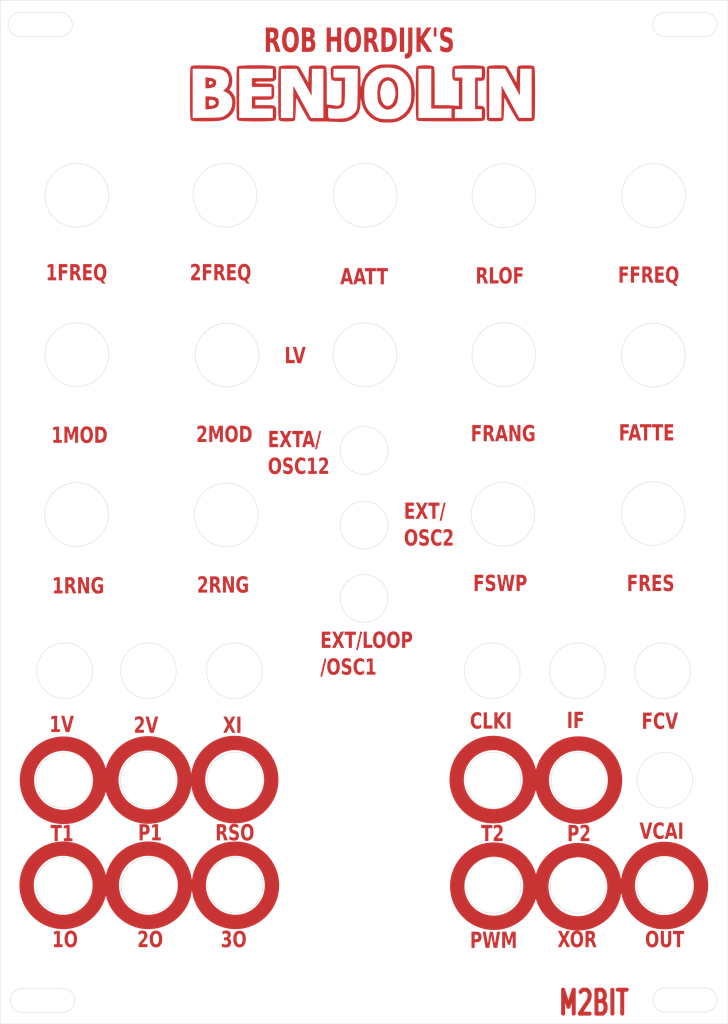
<source format=kicad_pcb>
(kicad_pcb (version 20241229) (generator "pcbnew") (generator_version "9.0")
  (layers (0 "F.Cu" signal) (2 "B.Cu" signal) (13 "F.Paste" user) (15 "B.Paste" user) (5 "F.SilkS" user "F.Silkscreen") (7 "B.SilkS" user "B.Silkscreen") (1 "F.Mask" user) (3 "B.Mask" user) (25 "Edge.Cuts" user))
  (net 0 "")
  (net 1 "GND")
  (footprint "HBE2N:BE-logo5" (layer "F.Cu") (at 91.108455 40.110818)
    (property "Reference" "G***" (hide yes))
    (property "Value" "LOGO" (hide yes))
    (fp_poly (pts (xy -18.305401 -2.378548) (xy -17.883258 -2.293734) (xy -17.613023 -2.137669) (xy -17.490842 -1.905522) (xy -17.512859 -1.592464) (xy -17.560536 -1.445192) (xy -17.713514 -1.264766) (xy -17.996856 -1.13236) (xy -18.375064 -1.061873) (xy -18.559401 -1.054059) (xy -18.834567 -1.053587) (xy -18.834567 -1.725032) (xy -18.411234 -1.725032) (xy -18.391886 -1.544351) (xy -18.311092 -1.487097) (xy -18.229381 -1.492198) (xy -18.037831 -1.580867) (xy -17.954214 -1.66983) (xy -17.908248 -1.811282) (xy -17.987901 -1.901367) (xy -18.21 -1.99) (xy -18.355739 -1.933911) (xy -18.411091 -1.738943) (xy -18.411234 -1.725032) (xy -18.834567 -1.725032) (xy -18.834567 -1.742981) (xy -18.834567 -2.432376)) (fill yes) (layer "F.Cu"))
    (fp_poly (pts (xy -18.433434 -0.036821) (xy -17.984182 -0.006739) (xy -17.606804 0.072286) (xy -17.338353 0.190551) (xy -17.246644 0.274005) (xy -17.178729 0.461883) (xy -17.156951 0.735214) (xy -17.159711 0.799306) (xy -17.217027 1.093184) (xy -17.358903 1.299988) (xy -17.608977 1.436218) (xy -17.990884 1.518372) (xy -18.225424 1.54323) (xy -18.8356 1.594385) (xy -18.8356 0.777772) (xy -18.8356 0.765493) (xy -18.412267 0.765493) (xy -18.403264 1.000807) (xy -18.35994 1.112297) (xy -18.257829 1.145182) (xy -18.206112 1.146493) (xy -17.958265 1.115015) (xy -17.794326 1.068312) (xy -17.590912 0.934851) (xy -17.528003 0.768004) (xy -17.59 0.6) (xy -17.761303 0.463065) (xy -18.026313 0.389428) (xy -18.125314 0.384493) (xy -18.30164 0.39317) (xy -18.385138 0.449917) (xy -18.410509 0.60081) (xy -18.412267 0.765493) (xy -18.8356 0.765493) (xy -18.8356 -0.038841)) (fill yes) (layer "F.Cu"))
    (fp_poly (pts (xy 4.522891 -2.360811) (xy 4.874065 -2.114744) (xy 4.947123 -2.037332) (xy 5.151282 -1.750624) (xy 5.284635 -1.418159) (xy 5.357713 -1.000895) (xy 5.381046 -0.459793) (xy 5.381096 -0.428408) (xy 5.36 0.12) (xy 5.289693 0.542592) (xy 5.159643 0.878411) (xy 4.95932 1.166497) (xy 4.947123 1.180517) (xy 4.735475 1.362718) (xy 4.466219 1.519909) (xy 4.202652 1.620617) (xy 4.027374 1.637817) (xy 3.924596 1.611554) (xy 3.732779 1.557568) (xy 3.718476 1.553431) (xy 3.432994 1.399476) (xy 3.158177 1.131859) (xy 2.939996 0.802532) (xy 2.847131 0.56874) (xy 2.786977 0.221948) (xy 2.761046 -0.217203) (xy 2.764932 -0.475261) (xy 3.117934 -0.475261) (xy 3.160537 0.012708) (xy 3.288939 0.493805) (xy 3.482392 0.856494) (xy 3.724448 1.091242) (xy 3.998661 1.188519) (xy 4.288584 1.138792) (xy 4.577771 0.932531) (xy 4.636951 0.868339) (xy 4.810553 0.583011) (xy 4.949049 0.198411) (xy 5.030644 -0.215925) (xy 5.043374 -0.428408) (xy 5.002518 -0.832678) (xy 4.893951 -1.244962) (xy 4.738675 -1.598595) (xy 4.621913 -1.766249) (xy 4.410542 -1.952892) (xy 4.181103 -2.023726) (xy 4.069707 -2.028608) (xy 3.753421 -1.95053) (xy 3.489448 -1.73224) (xy 3.288442 -1.397654) (xy 3.161053 -0.970689) (xy 3.117934 -0.475261) (xy 2.764932 -0.475261) (xy 2.768105 -0.685995) (xy 2.806925 -1.121708) (xy 2.876273 -1.461624) (xy 2.887662 -1.496063) (xy 3.108447 -1.924657) (xy 3.409415 -2.232539) (xy 3.763514 -2.412598) (xy 4.14369 -2.457726)) (fill yes) (layer "F.Cu"))
    (fp_poly (pts (xy -19.285553 -3.927642) (xy -18.677566 -3.919365) (xy -17.973795 -3.904043) (xy -17.415881 -3.879132) (xy -16.980397 -3.83921) (xy -16.643918 -3.778857) (xy -16.383019 -3.692649) (xy -16.174273 -3.575168) (xy -15.994254 -3.420989) (xy -15.853705 -3.265828) (xy -15.624239 -2.874664) (xy -15.494979 -2.398813) (xy -15.470307 -1.893203) (xy -15.554606 -1.41276) (xy -15.682323 -1.118223) (xy -15.839386 -0.849294) (xy -15.560833 -0.604721) (xy -15.277425 -0.249733) (xy -15.107192 0.192571) (xy -15.045982 0.687409) (xy -15.089644 1.199999) (xy -15.234025 1.695557) (xy -15.474973 2.139302) (xy -15.808338 2.496451) (xy -15.942436 2.592254) (xy -16.215002 2.753025) (xy -16.479819 2.875879) (xy -16.765328 2.96572) (xy -17.099968 3.027452) (xy -17.512181 3.065976) (xy -18.030406 3.086198) (xy -18.683084 3.093019) (xy -18.848095 3.093209) (xy -19.436904 3.091338) (xy -19.8791 3.084612) (xy -20.197376 3.071357) (xy -20.414422 3.049901) (xy -20.55293 3.018572) (xy -20.635591 2.975696) (xy -20.653061 2.960161) (xy -20.687402 2.908954) (xy -20.715386 2.820144) (xy -20.737642 2.677764) (xy -20.754797 2.465847) (xy -20.767481 2.168426) (xy -20.776322 1.769534) (xy -20.781949 1.253202) (xy -20.784989 0.603465) (xy -20.786071 -0.195646) (xy -20.786109 -0.419187) (xy -20.447442 -0.419187) (xy -20.447442 2.681922) (xy -18.648275 2.654732) (xy -18.044247 2.644457) (xy -17.583879 2.632621) (xy -17.241502 2.616681) (xy -16.991447 2.594092) (xy -16.808044 2.56231) (xy -16.665624 2.518789) (xy -16.538516 2.460986) (xy -16.502426 2.44203) (xy -16.026602 2.102624) (xy -15.690987 1.674669) (xy -15.502747 1.171008) (xy -15.469049 0.604483) (xy -15.470037 0.592161) (xy -15.584417 0.111703) (xy -15.836509 -0.272786) (xy -16.220518 -0.552926) (xy -16.282664 -0.582526) (xy -16.621983 -0.735538) (xy -16.338549 -0.984396) (xy -16.049221 -1.342221) (xy -15.904428 -1.783351) (xy -15.896129 -2.256969) (xy -15.99829 -2.692642) (xy -16.223103 -3.026411) (xy -16.591271 -3.28876) (xy -16.599908 -3.293315) (xy -16.727738 -3.35305) (xy -16.869987 -3.398305) (xy -17.052562 -3.431572) (xy -17.301365 -3.455341) (xy -17.642304 -3.472104) (xy -18.101281 -3.484352) (xy -18.690609 -3.494377) (xy -20.447442 -3.520296) (xy -20.447442 -0.419187) (xy -20.786109 -0.419187) (xy -20.786109 -0.420458) (xy -20.785512 -1.255577) (xy -20.783276 -1.937573) (xy -20.778729 -2.48265) (xy -20.771203 -2.907016) (xy -20.760027 -3.226876) (xy -20.744531 -3.458438) (xy -20.724045 -3.617908) (xy -20.6979 -3.721491) (xy -20.665425 -3.785395) (xy -20.646066 -3.808072) (xy -20.582705 -3.854488) (xy -20.48371 -3.888628) (xy -20.326788 -3.911754) (xy -20.089648 -3.925124) (xy -19.75 -3.93)) (fill yes) (layer "F.Cu"))
    (fp_poly (pts (xy 18.178469 -3.941199) (xy 18.549036 -3.923186) (xy 18.84252 -3.888817) (xy 19.017943 -3.837634) (xy 19.030569 -3.829239) (xy 19.121568 -3.71763) (xy 19.272157 -3.488389) (xy 19.462463 -3.173418) (xy 19.67262 -2.80462) (xy 19.702917 -2.749739) (xy 20.238248 -1.776072) (xy 20.280582 -2.77425) (xy 20.305439 -3.233376) (xy 20.336809 -3.547765) (xy 20.37855 -3.741994) (xy 20.434523 -3.840639) (xy 20.449915 -3.852453) (xy 20.584898 -3.886407) (xy 20.846341 -3.913489) (xy 21.191403 -3.930176) (xy 21.438701 -3.933776) (xy 21.862221 -3.928229) (xy 22.148165 -3.907305) (xy 22.327915 -3.866848) (xy 22.432856 -3.8027) (xy 22.433534 -3.802025) (xy 22.467875 -3.750817) (xy 22.495859 -3.662007) (xy 22.518114 -3.519628) (xy 22.53527 -3.307711) (xy 22.547954 -3.01029) (xy 22.556795 -2.611397) (xy 22.562421 -2.095066) (xy 22.565461 -1.445329) (xy 22.566543 -0.646218) (xy 22.566582 -0.421406) (xy 22.56589 0.417512) (xy 22.563399 1.103068) (xy 22.558477 1.651229) (xy 22.550498 2.077963) (xy 22.538833 2.399236) (xy 22.522853 2.631016) (xy 22.501931 2.789271) (xy 22.475436 2.889967) (xy 22.442742 2.949072) (xy 22.433534 2.959213) (xy 22.329852 3.023166) (xy 22.151921 3.063925) (xy 21.868664 3.085586) (xy 21.449007 3.092248) (xy 21.424459 3.092261) (xy 21.044788 3.08764) (xy 20.720641 3.075179) (xy 20.49455 3.056984) (xy 20.418775 3.042507) (xy 20.339341 2.955557) (xy 20.195142 2.742976) (xy 20.000901 2.428647) (xy 19.771341 2.036456) (xy 19.521186 1.590289) (xy 19.501684 1.554731) (xy 18.714248 0.116708) (xy 18.671915 1.523101) (xy 18.652727 2.065421) (xy 18.630979 2.460861) (xy 18.604113 2.731877) (xy 18.569571 2.900923) (xy 18.524794 2.990452) (xy 18.502582 3.00958) (xy 18.366333 3.044379) (xy 18.105128 3.071835) (xy 17.763305 3.088135) (xy 17.556129 3.090964) (xy 17.141633 3.084748) (xy 16.864076 3.061592) (xy 16.691526 3.01708) (xy 16.603629 2.959213) (xy 16.569288 2.908006) (xy 16.541304 2.819196) (xy 16.519049 2.676816) (xy 16.501893 2.464899) (xy 16.489209 2.167478) (xy 16.480368 1.768586) (xy 16.474742 1.252254) (xy 16.471702 0.602517) (xy 16.47062 -0.196594) (xy 16.470582 -0.421406) (xy 16.471273 -1.260324) (xy 16.473764 -1.94588) (xy 16.478686 -2.494041) (xy 16.486665 -2.920774) (xy 16.49833 -3.242048) (xy 16.51431 -3.473828) (xy 16.519322 -3.511739) (xy 16.809248 -3.511739) (xy 16.809248 -0.421406) (xy 16.809248 2.668928) (xy 17.569743 2.668928) (xy 18.330238 2.668928) (xy 18.35291 0.645397) (xy 18.375582 -1.378134) (xy 19.476248 0.642561) (xy 20.576915 2.663256) (xy 21.360082 2.666092) (xy 22.143248 2.668928) (xy 22.143248 -0.421406) (xy 22.143248 -3.511739) (xy 21.425335 -3.511739) (xy 20.707421 -3.511739) (xy 20.684501 -1.82452) (xy 20.661582 -0.1373) (xy 19.730248 -1.823311) (xy 18.798915 -3.509322) (xy 17.804082 -3.510531) (xy 16.809248 -3.511739) (xy 16.519322 -3.511739) (xy 16.535232 -3.632083) (xy 16.561727 -3.732779) (xy 16.594421 -3.791883) (xy 16.603629 -3.802025) (xy 16.744937 -3.858894) (xy 17.014054 -3.901705) (xy 17.37 -3.93) (xy 17.771798 -3.943318)) (fill yes) (layer "F.Cu"))
    (fp_poly (pts (xy -11.917866 -3.946424) (xy -11.38701 -3.934579) (xy -10.910593 -3.914553) (xy -10.516562 -3.886348) (xy -10.232864 -3.849962) (xy -10.087446 -3.805395) (xy -10.081381 -3.800286) (xy -10.011762 -3.683146) (xy -9.969877 -3.480327) (xy -9.950839 -3.159384) (xy -9.948333 -2.917334) (xy -9.950873 -2.548116) (xy -9.974256 -2.281296) (xy -10.042133 -2.100249) (xy -10.178154 -1.988351) (xy -10.405967 -1.928979) (xy -10.749223 -1.905509) (xy -11.23157 -1.901317) (xy -11.393714 -1.901333) (xy -11.870388 -1.898773) (xy -12.202096 -1.889344) (xy -12.413152 -1.870429) (xy -12.527872 -1.83941) (xy -12.57057 -1.793668) (xy -12.573 -1.774333) (xy -12.547951 -1.720402) (xy -12.455784 -1.683817) (xy -12.270971 -1.661498) (xy -11.967984 -1.650364) (xy -11.521294 -1.647334) (xy -11.520714 -1.647333) (xy -11.022566 -1.644527) (xy -10.668976 -1.62338) (xy -10.43517 -1.564801) (xy -10.296375 -1.449699) (xy -10.227817 -1.258981) (xy -10.204722 -0.973556) (xy -10.202333 -0.631333) (xy -10.205975 -0.247439) (xy -10.233416 0.025052) (xy -10.309429 0.205233) (xy -10.458788 0.312194) (xy -10.706267 0.365028) (xy -11.07664 0.382826) (xy -11.520714 0.384667) (xy -12.573 0.384667) (xy -12.573 0.723333) (xy -12.573 1.062) (xy -11.393714 1.062) (xy -10.868458 1.063785) (xy -10.488875 1.080221) (xy -10.231314 1.127934) (xy -10.072127 1.223547) (xy -9.987663 1.383684) (xy -9.954274 1.624968) (xy -9.94831 1.964024) (xy -9.948333 2.078) (xy -9.956765 2.47883) (xy -9.985318 2.743459) (xy -10.038881 2.904332) (xy -10.081381 2.960952) (xy -10.210799 3.00637) (xy -10.481406 3.043608) (xy -10.865255 3.072665) (xy -11.3344 3.093542) (xy -11.860892 3.106238) (xy -12.416786 3.110754) (xy -12.974134 3.10709) (xy -13.50499 3.095245) (xy -13.981407 3.07522) (xy -14.375438 3.047014) (xy -14.659136 3.010628) (xy -14.804555 2.966061) (xy -14.810619 2.960952) (xy -14.84496 2.909745) (xy -14.872944 2.820935) (xy -14.8952 2.678555) (xy -14.912355 2.466638) (xy -14.925039 2.169217) (xy -14.93388 1.770325) (xy -14.939507 1.253993) (xy -14.942547 0.604256) (xy -14.943629 -0.194855) (xy -14.943667 -0.419667) (xy -14.605 -0.419667) (xy -14.605 2.670667) (xy -12.488333 2.670667) (xy -10.371667 2.670667) (xy -10.371667 2.078) (xy -10.371667 1.485333) (xy -11.684 1.485333) (xy -12.996333 1.485333) (xy -12.996333 0.723333) (xy -12.996333 -0.038667) (xy -11.768667 -0.038667) (xy -10.541 -0.038667) (xy -10.541 -0.631333) (xy -10.541 -1.224) (xy -11.768667 -1.224) (xy -12.996333 -1.224) (xy -12.996333 -1.774333) (xy -12.996333 -2.324667) (xy -11.684 -2.324667) (xy -10.371667 -2.324667) (xy -10.371667 -2.917333) (xy -10.371667 -3.51) (xy -12.488333 -3.51) (xy -14.605 -3.51) (xy -14.605 -0.419667) (xy -14.943667 -0.419667) (xy -14.942976 -1.258585) (xy -14.940484 -1.944141) (xy -14.935563 -2.492302) (xy -14.927584 -2.919035) (xy -14.915918 -3.240309) (xy -14.899939 -3.472089) (xy -14.879016 -3.630344) (xy -14.852522 -3.73104) (xy -14.819828 -3.790144) (xy -14.810619 -3.800286) (xy -14.681201 -3.845704) (xy -14.410594 -3.882942) (xy -14.026745 -3.911999) (xy -13.557601 -3.932876) (xy -13.031108 -3.945572) (xy -12.475215 -3.950088)) (fill yes) (layer "F.Cu"))
    (fp_poly (pts (xy 14.538687 -3.943314) (xy 15.030065 -3.932081) (xy 15.471386 -3.91063) (xy 15.831351 -3.878961) (xy 16.078664 -3.837075) (xy 16.174437 -3.796145) (xy 16.246446 -3.6729) (xy 16.288647 -3.458693) (xy 16.306202 -3.120915) (xy 16.307484 -2.955526) (xy 16.293746 -2.532006) (xy 16.241564 -2.249635) (xy 16.134492 -2.081664) (xy 15.95608 -2.001344) (xy 15.70877 -1.981859) (xy 15.376151 -1.981859) (xy 15.376151 -0.415526) (xy 15.376151 1.150808) (xy 15.70877 1.150808) (xy 15.969195 1.17315) (xy 16.142827 1.25801) (xy 16.246113 1.432138) (xy 16.295503 1.722284) (xy 16.307484 2.124474) (xy 16.297597 2.519272) (xy 16.264635 2.777319) (xy 16.203647 2.930228) (xy 16.176051 2.963478) (xy 16.129281 2.993969) (xy 16.045871 3.019443) (xy 15.911742 3.040341) (xy 15.71281 3.057102) (xy 15.434995 3.070167) (xy 15.064213 3.079975) (xy 14.586383 3.086967) (xy 13.987422 3.091583) (xy 13.25325 3.094262) (xy 12.369784 3.095445) (xy 11.947842 3.095602) (xy 10.997547 3.095249) (xy 10.202473 3.09355) (xy 9.548512 3.090066) (xy 9.021554 3.08436) (xy 8.607488 3.075991) (xy 8.292207 3.064522) (xy 8.0616 3.049514) (xy 7.901558 3.030529) (xy 7.797972 3.007128) (xy 7.736733 2.978873) (xy 7.718941 2.964169) (xy 7.684815 2.912724) (xy 7.657004 2.822754) (xy 7.634885 2.678331) (xy 7.617836 2.463528) (xy 7.605234 2.162415) (xy 7.596457 1.759066) (xy 7.590882 1.237553) (xy 7.587885 0.581948) (xy 7.586846 -0.223677) (xy 7.586818 -0.415526) (xy 7.925484 -0.415526) (xy 7.925484 2.674808) (xy 9.999818 2.674808) (xy 12.074151 2.674808) (xy 12.074151 2.082141) (xy 12.074151 1.489474) (xy 10.804151 1.489474) (xy 9.534151 1.489474) (xy 9.534151 -1.008192) (xy 9.534151 -3.505859) (xy 8.729818 -3.505859) (xy 7.925484 -3.505859) (xy 7.925484 -0.415526) (xy 7.586818 -0.415526) (xy 7.587509 -1.254444) (xy 7.59 -1.94) (xy 7.594922 -2.488161) (xy 7.602901 -2.914894) (xy 7.614566 -3.236168) (xy 7.630546 -3.467948) (xy 7.651468 -3.626203) (xy 7.677963 -3.726899) (xy 7.710657 -3.786003) (xy 7.719865 -3.796145) (xy 7.874789 -3.864022) (xy 8.152181 -3.910623) (xy 8.506517 -3.935947) (xy 8.892274 -3.939994) (xy 9.263927 -3.922764) (xy 9.575954 -3.884257) (xy 9.782831 -3.824473) (xy 9.824437 -3.796145) (xy 9.86421 -3.736973) (xy 9.895357 -3.635715) (xy 9.918885 -3.473491) (xy 9.935798 -3.231423) (xy 9.947104 -2.890631) (xy 9.953806 -2.432237) (xy 9.956911 -1.837361) (xy 9.957484 -1.298478) (xy 9.957484 1.066141) (xy 10.909984 1.066743) (xy 11.368889 1.072138) (xy 11.83459 1.086177) (xy 12.240077 1.10646) (xy 12.433984 1.121319) (xy 13.005484 1.175294) (xy 13.005484 -0.403283) (xy 13.005484 -1.981859) (xy 12.715198 -1.981859) (xy 12.472051 -2.007121) (xy 12.309786 -2.100301) (xy 12.213494 -2.287492) (xy 12.168263 -2.59479) (xy 12.158818 -2.955526) (xy 12.497484 -2.955526) (xy 12.497484 -2.405192) (xy 12.963151 -2.405192) (xy 13.428818 -2.405192) (xy 13.428818 -0.415526) (xy 13.428818 1.574141) (xy 12.963151 1.574141) (xy 12.497484 1.574141) (xy 12.497484 2.124474) (xy 12.497484 2.674808) (xy 14.190818 2.674808) (xy 15.884151 2.674808) (xy 15.884151 2.124474) (xy 15.884151 1.574141) (xy 15.460818 1.574141) (xy 15.037484 1.574141) (xy 15.037484 -0.415526) (xy 15.037484 -2.405192) (xy 15.460818 -2.405192) (xy 15.884151 -2.405192) (xy 15.884151 -2.955526) (xy 15.884151 -3.505859) (xy 14.190818 -3.505859) (xy 12.497484 -3.505859) (xy 12.497484 -2.955526) (xy 12.158818 -2.955526) (xy 12.168452 -3.348117) (xy 12.200795 -3.604895) (xy 12.261007 -3.758468) (xy 12.291865 -3.796145) (xy 12.426342 -3.846217) (xy 12.698547 -3.886072) (xy 13.077181 -3.915709) (xy 13.530947 -3.935128) (xy 14.028548 -3.94433)) (fill yes) (layer "F.Cu"))
    (fp_poly (pts (xy 4.506429 -4.044786) (xy 4.826993 -4.030867) (xy 5.069167 -3.998897) (xy 5.278403 -3.941697) (xy 5.500153 -3.85209) (xy 5.605863 -3.804031) (xy 6.143827 -3.47496) (xy 6.628027 -3.026953) (xy 7.006162 -2.510302) (xy 7.066136 -2.39988) (xy 7.295359 -1.799793) (xy 7.433667 -1.102477) (xy 7.476253 -0.356505) (xy 7.418311 0.389547) (xy 7.369084 0.662267) (xy 7.145032 1.399775) (xy 6.809274 2.012742) (xy 6.356272 2.50854) (xy 5.780492 2.89454) (xy 5.641338 2.963334) (xy 5.355484 3.087299) (xy 5.101279 3.166532) (xy 4.82085 3.21264) (xy 4.456326 3.237232) (xy 4.238562 3.244685) (xy 3.835622 3.247317) (xy 3.460661 3.234127) (xy 3.169309 3.207752) (xy 3.066846 3.189088) (xy 2.405455 2.938668) (xy 1.830026 2.550063) (xy 1.354584 2.038384) (xy 0.993156 1.418741) (xy 0.759766 0.706242) (xy 0.759042 0.702922) (xy 0.646487 0.185503) (xy 0.638929 0.862836) (xy 0.571192 1.524833) (xy 0.381205 2.071286) (xy 0.064643 2.508175) (xy -0.382821 2.841477) (xy -0.96264 3.076339) (xy -1.221015 3.13735) (xy -1.504651 3.170507) (xy -1.857861 3.178196) (xy -2.324961 3.162804) (xy -2.449709 3.156434) (xy -2.990164 3.133908) (xy -3.605989 3.11803) (xy -4.203279 3.110854) (xy -4.505296 3.111498) (xy -4.920979 3.111033) (xy -5.286365 3.102566) (xy -5.561558 3.087548) (xy -5.705492 3.067814) (xy -5.813858 2.969154) (xy -5.98923 2.724707) (xy -6.22677 2.342024) (xy -6.521641 1.828655) (xy -6.663171 1.572689) (xy -7.452642 0.13095) (xy -7.494975 1.537343) (xy -7.514163 2.079663) (xy -7.535911 2.475103) (xy -7.562777 2.746119) (xy -7.597319 2.915165) (xy -7.642096 3.004694) (xy -7.664308 3.023822) (xy -7.800557 3.058621) (xy -8.061762 3.086077) (xy -8.403585 3.102377) (xy -8.610761 3.105206) (xy -9.025257 3.09899) (xy -9.302814 3.075834) (xy -9.475364 3.031322) (xy -9.563261 2.973455) (xy -9.597602 2.922248) (xy -9.625586 2.833438) (xy -9.647841 2.691058) (xy -9.664997 2.479141) (xy -9.677681 2.18172) (xy -9.686522 1.782828) (xy -9.692148 1.266496) (xy -9.695188 0.616759) (xy -9.69627 -0.182352) (xy -9.696308 -0.407164) (xy -9.695617 -1.246082) (xy -9.693126 -1.931638) (xy -9.688204 -2.479799) (xy -9.680225 -2.906532) (xy -9.66856 -3.227806) (xy -9.65258 -3.459586) (xy -9.647568 -3.497497) (xy -9.357642 -3.497497) (xy -9.357642 -0.407164) (xy -9.357642 2.68317) (xy -8.597147 2.68317) (xy -7.836652 2.68317) (xy -7.81398 0.659639) (xy -7.791308 -1.363892) (xy -6.690642 0.656803) (xy -5.589975 2.677498) (xy -4.806808 2.680334) (xy -4.023642 2.68317) (xy -4.023642 1.393943) (xy -3.430975 1.393943) (xy -3.430975 2.032348) (xy -3.425026 2.366484) (xy -3.401965 2.567279) (xy -3.353973 2.670468) (xy -3.282808 2.709473) (xy -3.043853 2.743522) (xy -2.690913 2.760132) (xy -2.273617 2.760682) (xy -1.841593 2.746553) (xy -1.44447 2.719124) (xy -1.131877 2.679775) (xy -0.989446 2.645706) (xy -0.494782 2.403911) (xy -0.12192 2.061775) (xy 0.050161 1.807815) (xy 0.108281 1.701838) (xy 0.154263 1.596091) (xy 0.189776 1.469854) (xy 0.216487 1.302409) (xy 0.236064 1.073035) (xy 0.250175 0.761013) (xy 0.260489 0.345623) (xy 0.268674 -0.193853) (xy 0.271081 -0.407164) (xy 1.10574 -0.407164) (xy 1.12728 0.249114) (xy 1.200246 0.777501) (xy 1.33715 1.21491) (xy 1.550507 1.598252) (xy 1.852831 1.964439) (xy 1.940134 2.053989) (xy 2.333154 2.398319) (xy 2.731518 2.63246) (xy 3.177226 2.77118) (xy 3.712278 2.829247) (xy 4.147753 2.83022) (xy 4.571248 2.812356) (xy 4.880388 2.778527) (xy 5.130071 2.718043) (xy 5.375193 2.620218) (xy 5.478242 2.571188) (xy 6.010397 2.220749) (xy 6.458642 1.744123) (xy 6.791213 1.176223) (xy 6.828511 1.086957) (xy 6.914136 0.843794) (xy 6.970069 0.599735) (xy 7.002128 0.308973) (xy 7.016132 -0.074295) (xy 7.01831 -0.407164) (xy 6.99636 -1.059255) (xy 6.922669 -1.585395) (xy 6.785473 -2.024176) (xy 6.57301 -2.414192) (xy 6.299857 -2.764364) (xy 5.880786 -3.153912) (xy 5.402407 -3.423425) (xy 4.834673 -3.585544) (xy 4.191847 -3.651345) (xy 3.540277 -3.640266) (xy 3.002203 -3.541944) (xy 2.538664 -3.342827) (xy 2.110697 -3.029363) (xy 1.939836 -2.868019) (xy 1.614353 -2.500502) (xy 1.380822 -2.124609) (xy 1.226738 -1.70344) (xy 1.139593 -1.200097) (xy 1.106881 -0.577678) (xy 1.10574 -0.407164) (xy 0.271081 -0.407164) (xy 0.276396 -0.878137) (xy 0.277895 -1.020997) (xy 0.303764 -3.497497) (xy -1.224939 -3.497497) (xy -2.753642 -3.497497) (xy -2.753642 -2.947164) (xy -2.753642 -2.39683) (xy -2.033975 -2.39683) (xy -1.314308 -2.39683) (xy -1.314781 -0.893997) (xy -1.319878 -0.38187) (xy -1.333704 0.093361) (xy -1.354548 0.496653) (xy -1.380701 0.792961) (xy -1.403648 0.927137) (xy -1.554204 1.231804) (xy -1.812203 1.429214) (xy -2.186462 1.522283) (xy -2.685799 1.51393) (xy -3.028808 1.465077) (xy -3.430975 1.393943) (xy -4.023642 1.393943) (xy -4.023642 -0.407164) (xy -4.023642 -3.497497) (xy -4.741555 -3.497497) (xy -5.459469 -3.497497) (xy -5.482389 -1.810278) (xy -5.505308 -0.123058) (xy -6.436642 -1.809069) (xy -7.367975 -3.49508) (xy -8.362808 -3.496289) (xy -9.357642 -3.497497) (xy -9.647568 -3.497497) (xy -9.631658 -3.617841) (xy -9.605163 -3.718537) (xy -9.572469 -3.777641) (xy -9.563261 -3.787783) (xy -9.421953 -3.844652) (xy -9.152836 -3.887463) (xy -8.79689 -3.915758) (xy -8.395092 -3.929076) (xy -7.988421 -3.926957) (xy -7.617854 -3.908944) (xy -7.32437 -3.874575) (xy -7.148947 -3.823392) (xy -7.136321 -3.814997) (xy -7.045322 -3.703388) (xy -6.894733 -3.474147) (xy -6.704427 -3.159176) (xy -6.49427 -2.790378) (xy -6.463973 -2.735497) (xy -5.928642 -1.76183) (xy -5.886308 -2.760008) (xy -5.861451 -3.219134) (xy -5.830081 -3.533523) (xy -5.78834 -3.727752) (xy -5.732367 -3.826397) (xy -5.716975 -3.838211) (xy -5.581992 -3.872165) (xy -5.320549 -3.899247) (xy -4.975487 -3.915934) (xy -4.728189 -3.919534) (xy -4.304669 -3.913987) (xy -4.018725 -3.893063) (xy -3.838975 -3.852606) (xy -3.734034 -3.788458) (xy -3.733356 -3.787783) (xy -3.693163 -3.727973) (xy -3.661786 -3.625699) (xy -3.638185 -3.461854) (xy -3.621321 -3.21733) (xy -3.610152 -2.873021) (xy -3.60364 -2.409817) (xy -3.600744 -1.808612) (xy -3.600308 -1.343222) (xy -3.600308 0.968292) (xy -3.155808 1.026675) (xy -2.828104 1.070625) (xy -2.512899 1.11432) (xy -2.401927 1.130233) (xy -2.148535 1.135607) (xy -1.965741 1.044685) (xy -1.915094 0.997955) (xy -1.849222 0.921597) (xy -1.801991 0.826763) (xy -1.770324 0.686159) (xy -1.751144 0.47249) (xy -1.741377 0.158463) (xy -1.737944 -0.283217) (xy -1.737642 -0.576497) (xy -1.737642 -1.973497) (xy -2.281928 -1.973497) (xy -2.630437 -1.986253) (xy -2.862028 -2.043403) (xy -3.000275 -2.173275) (xy -3.068755 -2.404196) (xy -3.091045 -2.764491) (xy -3.092308 -2.947164) (xy -3.091913 -3.264499) (xy -3.076861 -3.504205) (xy -3.026357 -3.677153) (xy -2.919607 -3.794213) (xy -2.735813 -3.866256) (xy -2.454181 -3.904152) (xy -2.053914 -3.918772) (xy -1.514217 -3.920986) (xy -1.229642 -3.92083) (xy -0.654944 -3.918814) (xy -0.226293 -3.911571) (xy 0.079561 -3.897313) (xy 0.28587 -3.874252) (xy 0.415885 -3.8406) (xy 0.492856 -3.794567) (xy 0.499977 -3.787783) (xy 0.552301 -3.707098) (xy 0.589847 -3.569135) (xy 0.61505 -3.348454) (xy 0.630345 -3.019617) (xy 0.638166 -2.557186) (xy 0.639756 -2.327283) (xy 0.642706 -1.829883) (xy 0.647148 -1.486838) (xy 0.655288 -1.28317) (xy 0.669331 -1.203904) (xy 0.691484 -1.234062) (xy 0.723951 -1.358666) (xy 0.759042 -1.51725) (xy 0.992605 -2.234461) (xy 1.355201 -2.856737) (xy 1.835521 -3.369376) (xy 2.422255 -3.757677) (xy 2.518186 -3.804031) (xy 2.758329 -3.909089) (xy 2.967218 -3.97878) (xy 3.190306 -4.020283) (xy 3.473043 -4.040774) (xy 3.860882 -4.047432) (xy 4.062025 -4.04783)) (fill yes) (layer "F.Cu"))
  )
  (footprint "HBE2N:BE-logo4" (layer "F.Cu") (at 91.108455 40.110818)
    (property "Reference" "G***" (hide yes))
    (property "Value" "LOGO" (hide yes))
  )
  (gr_circle (center 54.4 139.1) (end 59 139.1) (stroke (width 1.8)) (fill no) (layer "F.Cu") (net 1))
  (gr_circle (center 119.06 139.28) (end 123.66 139.28) (stroke (width 1.8)) (fill no) (layer "F.Cu") (net 1))
  (gr_circle (center 65.05 125.88) (end 69.65 125.88) (stroke (width 1.8)) (fill no) (layer "F.Cu") (net 1))
  (gr_circle (center 108.43 125.83) (end 113.03 125.83) (stroke (width 1.8)) (fill no) (layer "F.Cu") (net 1))
  (gr_circle (center 54.44 125.92) (end 59.04 125.92) (stroke (width 1.8)) (fill no) (layer "F.Cu") (net 1))
  (gr_circle (center 119.13 125.9) (end 123.73 125.9) (stroke (width 1.8)) (fill no) (layer "F.Cu") (net 1))
  (gr_circle (center 129.93 139.13) (end 134.53 139.13) (stroke (width 1.8)) (fill no) (layer "F.Cu") (net 1))
  (gr_circle (center 108.5 139.21) (end 113.1 139.21) (stroke (width 1.8)) (fill no) (layer "F.Cu") (net 1))
  (gr_circle (center 65.1 139.1) (end 69.7 139.1) (stroke (width 1.8)) (fill no) (layer "F.Cu") (net 1))
  (gr_circle (center 75.94 125.83) (end 80.54 125.83) (stroke (width 1.8)) (fill no) (layer "F.Cu") (net 1))
  (gr_circle (center 76.03 139.1) (end 80.63 139.1) (stroke (width 1.8)) (fill no) (layer "F.Cu") (net 1))
  (gr_circle (center 130 125.9) (end 133.5 125.9) (stroke (width 0.05)) (fill no) (layer "Edge.Cuts"))
  (gr_circle (center 92.33 52.49) (end 96.33 52.49) (stroke (width 0.05)) (fill no) (layer "Edge.Cuts"))
  (gr_arc (start 130 32.56066) (mid 128.913642 32.135492) (end 128.460125 31.06066) (stroke (width 0.05)) (layer "Edge.Cuts"))
  (gr_circle (center 119.1 139.1) (end 122.6 139.1) (stroke (width 0.05)) (fill no) (layer "Edge.Cuts"))
  (gr_circle (center 74.89 92.61) (end 78.89 92.61) (stroke (width 0.05)) (fill no) (layer "Edge.Cuts"))
  (gr_circle (center 128.52 92.43) (end 132.52 92.43) (stroke (width 0.05)) (fill no) (layer "Edge.Cuts"))
  (gr_circle (center 56.07 92.56) (end 60.07 92.56) (stroke (width 0.05)) (fill no) (layer "Edge.Cuts"))
  (gr_line (start 49 29.56066) (end 54 29.56066) (stroke (width 0.05)) (layer "Edge.Cuts"))
  (gr_circle (center 76 125.9) (end 79.5 125.9) (stroke (width 0.05)) (fill no) (layer "Edge.Cuts"))
  (gr_circle (center 92.3 72.5) (end 96.3 72.5) (stroke (width 0.05)) (fill no) (layer "Edge.Cuts"))
  (gr_circle (center 92.2 93.9) (end 95.2 93.9) (stroke (width 0.05)) (fill no) (layer "Edge.Cuts"))
  (gr_circle (center 129.7 112.17) (end 133.2 112.17) (stroke (width 0.05)) (fill no) (layer "Edge.Cuts"))
  (gr_arc (start 128.460145 31.060648) (mid 128.913653 29.985824) (end 130 29.56066) (stroke (width 0.05)) (layer "Edge.Cuts"))
  (gr_line (start 135 32.56066) (end 130 32.56066) (stroke (width 0.05)) (layer "Edge.Cuts"))
  (gr_circle (center 119 112.17) (end 122.5 112.17) (stroke (width 0.05)) (fill no) (layer "Edge.Cuts"))
  (gr_circle (center 109.65 92.52) (end 113.65 92.52) (stroke (width 0.05)) (fill no) (layer "Edge.Cuts"))
  (gr_arc (start 136.553516 153.485825) (mid 136.1 154.56066) (end 135.013641 154.985825) (stroke (width 0.05)) (layer "Edge.Cuts"))
  (gr_line (start 135.013641 154.986328) (end 130.013641 154.986328) (stroke (width 0.05)) (layer "Edge.Cuts"))
  (gr_line (start 54 32.56066) (end 49 32.56066) (stroke (width 0.05)) (layer "Edge.Cuts"))
  (gr_arc (start 135.013641 151.986328) (mid 136.099633 152.411345) (end 136.552993 153.485813) (stroke (width 0.05)) (layer "Edge.Cuts"))
  (gr_arc (start 49 32.56066) (mid 47.913642 32.135492) (end 47.460125 31.06066) (stroke (width 0.05)) (layer "Edge.Cuts"))
  (gr_arc (start 54 29.56066) (mid 55.085992 29.985677) (end 55.539352 31.060145) (stroke (width 0.05)) (layer "Edge.Cuts"))
  (gr_arc (start 47.754289 153.545656) (mid 48.20765 152.471188) (end 49.293641 152.046171) (stroke (width 0.05)) (layer "Edge.Cuts"))
  (gr_circle (center 92.2 84.5) (end 95.2 84.5) (stroke (width 0.05)) (fill no) (layer "Edge.Cuts"))
  (gr_circle (center 108.4 139.1) (end 111.9 139.1) (stroke (width 0.05)) (fill no) (layer "Edge.Cuts"))
  (gr_circle (center 109.77 52.54) (end 113.77 52.54) (stroke (width 0.05)) (fill no) (layer "Edge.Cuts"))
  (gr_circle (center 119.2 125.9) (end 122.7 125.9) (stroke (width 0.05)) (fill no) (layer "Edge.Cuts"))
  (gr_arc (start 135 29.56066) (mid 136.086382 29.985798) (end 136.539857 31.06066) (stroke (width 0.05)) (layer "Edge.Cuts"))
  (gr_rect (start 46.48 28) (end 137.92 156.5) (stroke (width 0.05)) (fill no) (layer "Edge.Cuts"))
  (gr_circle (center 56.1 72.49) (end 60.1 72.49) (stroke (width 0.05)) (fill no) (layer "Edge.Cuts"))
  (gr_arc (start 55.539875 31.060157) (mid 55.086359 32.134992) (end 54 32.560157) (stroke (width 0.05)) (layer "Edge.Cuts"))
  (gr_arc (start 47.460648 31.060648) (mid 47.914009 29.98618) (end 49 29.561163) (stroke (width 0.05)) (layer "Edge.Cuts"))
  (gr_circle (center 54.58 112.17) (end 58.08 112.17) (stroke (width 0.05)) (fill no) (layer "Edge.Cuts"))
  (gr_arc (start 130.013641 154.986328) (mid 128.927283 154.56116) (end 128.473766 153.486328) (stroke (width 0.05)) (layer "Edge.Cuts"))
  (gr_line (start 54.293641 155.045668) (end 49.293641 155.045668) (stroke (width 0.05)) (layer "Edge.Cuts"))
  (gr_arc (start 136.539877 31.06066) (mid 136.086389 32.135523) (end 135 32.56066) (stroke (width 0.05)) (layer "Edge.Cuts"))
  (gr_circle (center 54.5 125.9) (end 58 125.9) (stroke (width 0.05)) (fill no) (layer "Edge.Cuts"))
  (gr_circle (center 128.58 52.52) (end 132.58 52.52) (stroke (width 0.05)) (fill no) (layer "Edge.Cuts"))
  (gr_line (start 130.013641 151.986328) (end 135.013641 151.986328) (stroke (width 0.05)) (layer "Edge.Cuts"))
  (gr_circle (center 109.75 72.49) (end 113.75 72.49) (stroke (width 0.05)) (fill no) (layer "Edge.Cuts"))
  (gr_arc (start 128.474289 153.486316) (mid 128.92765 152.411848) (end 130.013641 151.986831) (stroke (width 0.05)) (layer "Edge.Cuts"))
  (gr_circle (center 128.55 72.55) (end 132.55 72.55) (stroke (width 0.05)) (fill no) (layer "Edge.Cuts"))
  (gr_circle (center 65.2 139.1) (end 68.7 139.1) (stroke (width 0.05)) (fill no) (layer "Edge.Cuts"))
  (gr_line (start 130 29.56066) (end 135 29.56066) (stroke (width 0.05)) (layer "Edge.Cuts"))
  (gr_circle (center 75.9 112.17) (end 79.4 112.17) (stroke (width 0.05)) (fill no) (layer "Edge.Cuts"))
  (gr_circle (center 92.2 103.1) (end 95.2 103.1) (stroke (width 0.05)) (fill no) (layer "Edge.Cuts"))
  (gr_arc (start 49.293641 155.045668) (mid 48.207283 154.6205) (end 47.753766 153.545668) (stroke (width 0.05)) (layer "Edge.Cuts"))
  (gr_line (start 49.293641 152.045668) (end 54.293641 152.045668) (stroke (width 0.05)) (layer "Edge.Cuts"))
  (gr_circle (center 65.1 125.9) (end 68.6 125.9) (stroke (width 0.05)) (fill no) (layer "Edge.Cuts"))
  (gr_circle (center 74.99 72.54) (end 78.99 72.54) (stroke (width 0.05)) (fill no) (layer "Edge.Cuts"))
  (gr_circle (center 76 139.1) (end 79.5 139.1) (stroke (width 0.05)) (fill no) (layer "Edge.Cuts"))
  (gr_circle (center 108.3 112.17) (end 111.8 112.17) (stroke (width 0.05)) (fill no) (layer "Edge.Cuts"))
  (gr_circle (center 74.72 52.48) (end 78.72 52.48) (stroke (width 0.05)) (fill no) (layer "Edge.Cuts"))
  (gr_circle (center 65.1 112.17) (end 68.6 112.17) (stroke (width 0.05)) (fill no) (layer "Edge.Cuts"))
  (gr_arc (start 55.833516 153.545165) (mid 55.38 154.62) (end 54.293641 155.045165) (stroke (width 0.05)) (layer "Edge.Cuts"))
  (gr_circle (center 56.1 52.5) (end 60.1 52.5) (stroke (width 0.05)) (fill no) (layer "Edge.Cuts"))
  (gr_circle (center 54.5 139.1) (end 58 139.1) (stroke (width 0.05)) (fill no) (layer "Edge.Cuts"))
  (gr_arc (start 54.293641 152.045668) (mid 55.379633 152.470685) (end 55.832993 153.545153) (stroke (width 0.05)) (layer "Edge.Cuts"))
  (gr_circle (center 130 139.1) (end 133.5 139.1) (stroke (width 0.05)) (fill no) (layer "Edge.Cuts"))
  (gr_circle (center 108.4 125.9) (end 111.9 125.9) (stroke (width 0.05)) (fill no) (layer "Edge.Cuts"))
  (gr_text "XI" (at 74.46 120.3 0) (layer "F.Cu") (effects (font (size 2 1.5) (thickness 0.375) (bold yes)) (justify left bottom)))
  (gr_text "1RNG" (at 53 102.8 0) (layer "F.Cu") (effects (font (size 2 1.5) (thickness 0.375) (bold yes)) (justify left bottom)))
  (gr_text "ROB HORDIJK'S" (at 79.6 35 0) (layer "F.Cu") (effects (font (size 3 2) (thickness 0.375) (bold yes)) (justify left bottom)))
  (gr_text "2O" (at 63.7 147.2 0) (layer "F.Cu") (effects (font (size 2 1.5) (thickness 0.375) (bold yes)) (justify left bottom)))
  (gr_text "EXT/LOOP\n/OSC1" (at 86.7 113 0) (layer "F.Cu") (effects (font (size 2 1.5) (thickness 0.375) (bold yes)) (justify left bottom)))
  (gr_text "T2" (at 106.9 133.9 0) (layer "F.Cu") (effects (font (size 2 1.5) (thickness 0.375) (bold yes)) (justify left bottom)))
  (gr_text "EXT/\nOSC2" (at 97.2 96.8 0) (layer "F.Cu") (effects (font (size 2 1.5) (thickness 0.375) (bold yes)) (justify left bottom)))
  (gr_text "FRANG" (at 105.6 83.7 0) (layer "F.Cu") (effects (font (size 2 1.5) (thickness 0.375) (bold yes)) (justify left bottom)))
  (gr_text "VCAI" (at 126.8 133.6 0) (layer "F.Cu") (effects (font (size 2 1.5) (thickness 0.375) (bold yes)) (justify left bottom)))
  (gr_text "1O" (at 53 147.2 0) (layer "F.Cu") (effects (font (size 2 1.5) (thickness 0.375) (bold yes)) (justify left bottom)))
  (gr_text "P2" (at 117.7 133.9 0) (layer "F.Cu") (effects (font (size 2 1.5) (thickness 0.375) (bold yes)) (justify left bottom)))
  (gr_text "EXTA/\nOSC12" (at 80.1 87.8 0) (layer "F.Cu") (effects (font (size 2 1.5) (thickness 0.375) (bold yes)) (justify left bottom)))
  (gr_text "T1" (at 52.8 133.9 0) (layer "F.Cu") (effects (font (size 2 1.5) (thickness 0.375) (bold yes)) (justify left bottom)))
  (gr_text "RLOF" (at 106.2 63.9 0) (layer "F.Cu") (effects (font (size 2 1.5) (thickness 0.375) (bold yes)) (justify left bottom)))
  (gr_text "FSWP" (at 105.9 102.5 0) (layer "F.Cu") (effects (font (size 2 1.5) (thickness 0.375) (bold yes)) (justify left bottom)))
  (gr_text "CLKI" (at 105.5 119.77 0) (layer "F.Cu") (effects (font (size 2 1.5) (thickness 0.375) (bold yes)) (justify left bottom)))
  (gr_text "FATTE" (at 124.2 83.6 0) (layer "F.Cu") (effects (font (size 2 1.5) (thickness 0.375) (bold yes)) (justify left bottom)))
  (gr_text "FRES" (at 125.2 102.5 0) (layer "F.Cu") (effects (font (size 2 1.5) (thickness 0.375) (bold yes)) (justify left bottom)))
  (gr_text "AATT" (at 89.2 64 0) (layer "F.Cu") (effects (font (size 2 1.5) (thickness 0.375) (bold yes)) (justify left bottom)))
  (gr_text "M2BIT" (at 116.4 155.6 0) (layer "F.Cu") (effects (font (size 3 2) (thickness 0.5) (bold yes)) (justify left bottom)))
  (gr_text "LV" (at 82.2 73.9 0) (layer "F.Cu") (effects (font (size 2 1.5) (thickness 0.375) (bold yes)) (justify left bottom)))
  (gr_text "3O" (at 74.2 147.2 0) (layer "F.Cu") (effects (font (size 2 1.5) (thickness 0.375) (bold yes)) (justify left bottom)))
  (gr_text "1MOD" (at 52.9 83.9 0) (layer "F.Cu") (effects (font (size 2 1.5) (thickness 0.375) (bold yes)) (justify left bottom)))
  (gr_text "2RNG" (at 71.2 102.7 0) (layer "F.Cu") (effects (font (size 2 1.5) (thickness 0.375) (bold yes)) (justify left bottom)))
  (gr_text "1FREQ" (at 52.2 63.5 0) (layer "F.Cu") (effects (font (size 2 1.5) (thickness 0.375) (bold yes)) (justify left bottom)))
  (gr_text "XOR" (at 116.5 147.2 0) (layer "F.Cu") (effects (font (size 2 1.5) (thickness 0.375) (bold yes)) (justify left bottom)))
  (gr_text "P1" (at 63.8 133.8 0) (layer "F.Cu") (effects (font (size 2 1.5) (thickness 0.375) (bold yes)) (justify left bottom)))
  (gr_text "OUT" (at 127.5 147.2 0) (layer "F.Cu") (effects (font (size 2 1.5) (thickness 0.375) (bold yes)) (justify left bottom)))
  (gr_text "RSO" (at 73.5 133.8 0) (layer "F.Cu") (effects (font (size 2 1.5) (thickness 0.375) (bold yes)) (justify left bottom)))
  (gr_text "2FREQ" (at 70.3 63.5 0) (layer "F.Cu") (effects (font (size 2 1.5) (thickness 0.375) (bold yes)) (justify left bottom)))
  (gr_text "1V" (at 52.66 120.2 0) (layer "F.Cu") (effects (font (size 2 1.5) (thickness 0.375) (bold yes)) (justify left bottom)))
  (gr_text "FFREQ" (at 124.1 63.8 0) (layer "F.Cu") (effects (font (size 2 1.5) (thickness 0.375) (bold yes)) (justify left bottom)))
  (gr_text "2MOD" (at 71.1 83.8 0) (layer "F.Cu") (effects (font (size 2 1.5) (thickness 0.375) (bold yes)) (justify left bottom)))
  (gr_text "FCV" (at 127.06 119.8 0) (layer "F.Cu") (effects (font (size 2 1.5) (thickness 0.375) (bold yes)) (justify left bottom)))
  (gr_text "IF" (at 117.66 119.7 0) (layer "F.Cu") (effects (font (size 2 1.5) (thickness 0.375) (bold yes)) (justify left bottom)))
  (gr_text "PWM" (at 105.5 147.3 0) (layer "F.Cu") (effects (font (size 2 1.5) (thickness 0.375) (bold yes)) (justify left bottom)))
  (gr_text "2V" (at 63.26 120.3 0) (layer "F.Cu") (effects (font (size 2 1.5) (thickness 0.375) (bold yes)) (justify left bottom)))
)
</source>
